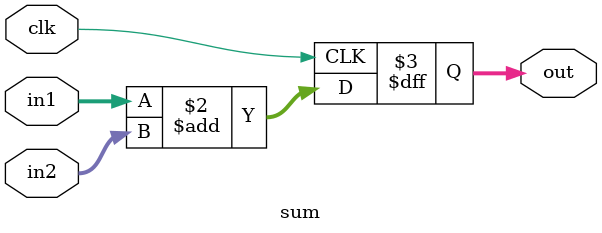
<source format=v>
module sum(in1, in2, clk, out);
  input [7:0] in1,in2;
  input clk;
  output reg [15:0] out;

  always @(posedge clk)
   begin
	out = in1 + in2;
   end 
endmodule 
</source>
